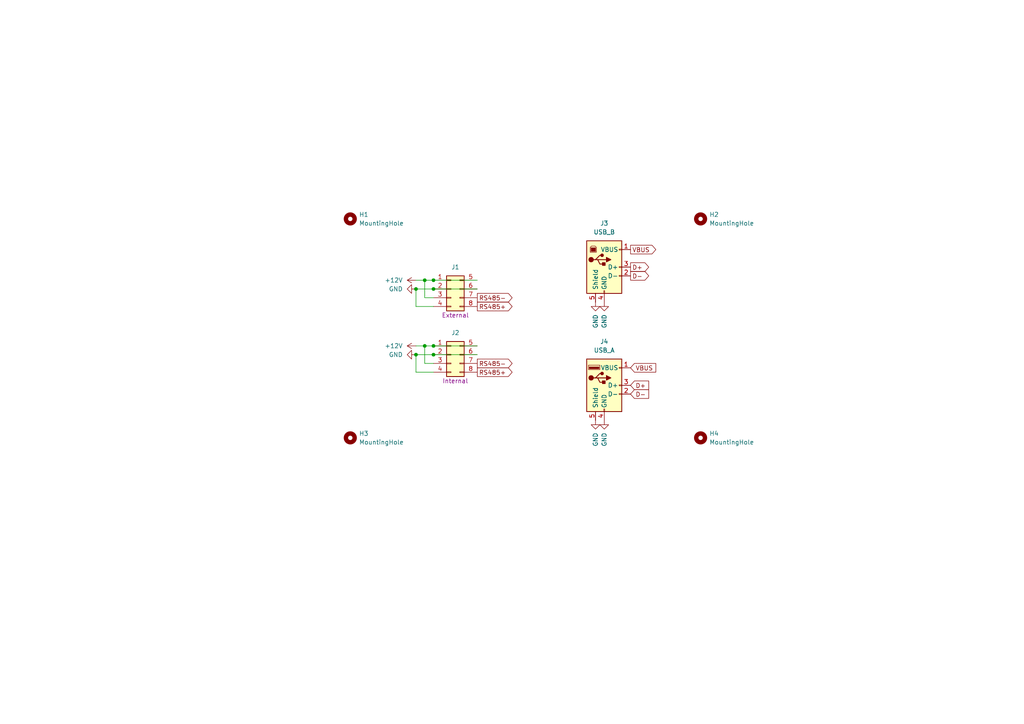
<source format=kicad_sch>
(kicad_sch (version 20211123) (generator eeschema)
  (paper "A4")
  (lib_symbols
    (symbol "Connector:USB_A" (pin_names (offset 1.016))
      (property "Reference" "J" (at -5.08 11.43 0))
      (property "Value" "USB_A" (at -5.08 8.89 0))
      (symbol "USB_A_0_1"
        (rectangle (start -5.08 -7.62) (end 5.08 7.62) (stroke (width 0.254)) (fill (type background)))
        (circle (center -3.81 2.159) (radius 0.635) (stroke (width 0.254)) (fill (type outline)))
        (rectangle (start -1.524 4.826) (end -4.318 5.334) (fill (type outline)))
        (rectangle (start -1.27 4.572) (end -4.572 5.842))
        (circle (center -0.635 3.429) (radius 0.381) (stroke (width 0.254)) (fill (type outline)))
        (rectangle (start -0.127 -7.62) (end 0.127 -6.858))
        (polyline (pts (xy -3.175 2.159) (xy -2.54 2.159) (xy -1.27 3.429) (xy -0.635 3.429)) (stroke (width 0.254)))
        (polyline (pts (xy -2.54 2.159) (xy -1.905 2.159) (xy -1.27 0.889) (xy 0 0.889)) (stroke (width 0.254)))
        (polyline (pts (xy 0.635 2.794) (xy 0.635 1.524) (xy 1.905 2.159) (xy 0.635 2.794)) (stroke (width 0.254)) (fill (type outline)))
        (rectangle (start 0.254 1.27) (end -0.508 0.508) (stroke (width 0.254)) (fill (type outline)))
        (rectangle (start 5.08 -2.667) (end 4.318 -2.413))
        (rectangle (start 5.08 -0.127) (end 4.318 0.127))
        (rectangle (start 5.08 4.953) (end 4.318 5.207))
      )
      (symbol "USB_A_1_1"
        (polyline (pts (xy -1.905 2.159) (xy 0.635 2.159)) (stroke (width 0.254)))
        (pin power_in line (at 7.62 5.08 180) (length 2.54) (name "VBUS") (number "1"))
        (pin bidirectional line (at 7.62 -2.54 180) (length 2.54) (name "D-") (number "2"))
        (pin bidirectional line (at 7.62 0 180) (length 2.54) (name "D+") (number "3"))
        (pin power_in line (at 0 -10.16 90) (length 2.54) (name "GND") (number "4"))
        (pin passive line (at -2.54 -10.16 90) (length 2.54) (name "Shield") (number "5"))
      )
    )
    (symbol "Connector:USB_B" (pin_names (offset 1.016))
      (property "Reference" "J" (at -5.08 11.43 0))
      (property "Value" "USB_B" (at -5.08 8.89 0))
      (symbol "USB_B_0_1"
        (rectangle (start -5.08 -7.62) (end 5.08 7.62) (stroke (width 0.254)) (fill (type background)))
        (circle (center -3.81 2.159) (radius 0.635) (stroke (width 0.254)) (fill (type outline)))
        (rectangle (start -3.81 5.588) (end -2.54 4.572) (fill (type outline)))
        (circle (center -0.635 3.429) (radius 0.381) (stroke (width 0.254)) (fill (type outline)))
        (rectangle (start -0.127 -7.62) (end 0.127 -6.858))
        (polyline (pts (xy -1.905 2.159) (xy 0.635 2.159)) (stroke (width 0.254)))
        (polyline (pts (xy -3.175 2.159) (xy -2.54 2.159) (xy -1.27 3.429) (xy -0.635 3.429)) (stroke (width 0.254)))
        (polyline (pts (xy -2.54 2.159) (xy -1.905 2.159) (xy -1.27 0.889) (xy 0 0.889)) (stroke (width 0.254)))
        (polyline (pts (xy 0.635 2.794) (xy 0.635 1.524) (xy 1.905 2.159) (xy 0.635 2.794)) (stroke (width 0.254)) (fill (type outline)))
        (polyline (pts (xy -4.064 4.318) (xy -2.286 4.318) (xy -2.286 5.715) (xy -2.667 6.096) (xy -3.683 6.096) (xy -4.064 5.715) (xy -4.064 4.318)))
        (rectangle (start 0.254 1.27) (end -0.508 0.508) (stroke (width 0.254)) (fill (type outline)))
        (rectangle (start 5.08 -2.667) (end 4.318 -2.413))
        (rectangle (start 5.08 -0.127) (end 4.318 0.127))
        (rectangle (start 5.08 4.953) (end 4.318 5.207))
      )
      (symbol "USB_B_1_1"
        (pin power_out line (at 7.62 5.08 180) (length 2.54) (name "VBUS") (number "1"))
        (pin bidirectional line (at 7.62 -2.54 180) (length 2.54) (name "D-") (number "2"))
        (pin bidirectional line (at 7.62 0 180) (length 2.54) (name "D+") (number "3"))
        (pin power_out line (at 0 -10.16 90) (length 2.54) (name "GND") (number "4"))
        (pin passive line (at -2.54 -10.16 90) (length 2.54) (name "Shield") (number "5"))
      )
    )
    (symbol "Connector_Generic:Conn_02x04_Top_Bottom" (pin_names (offset 1.016) hide)
      (property "Reference" "J" (at 1.27 5.08 0))
      (property "Value" "Conn_02x04_Top_Bottom" (at 1.27 -7.62 0))
      (symbol "Conn_02x04_Top_Bottom_1_1"
        (rectangle (start -1.27 -4.953) (end 0 -5.207) (stroke (width 0.1524)))
        (rectangle (start -1.27 -2.413) (end 0 -2.667) (stroke (width 0.1524)))
        (rectangle (start -1.27 0.127) (end 0 -0.127) (stroke (width 0.1524)))
        (rectangle (start -1.27 2.667) (end 0 2.413) (stroke (width 0.1524)))
        (rectangle (start -1.27 3.81) (end 3.81 -6.35) (stroke (width 0.254)) (fill (type background)))
        (rectangle (start 3.81 -4.953) (end 2.54 -5.207) (stroke (width 0.1524)))
        (rectangle (start 3.81 -2.413) (end 2.54 -2.667) (stroke (width 0.1524)))
        (rectangle (start 3.81 0.127) (end 2.54 -0.127) (stroke (width 0.1524)))
        (rectangle (start 3.81 2.667) (end 2.54 2.413) (stroke (width 0.1524)))
        (pin passive line (at -5.08 2.54 0) (length 3.81) (name "Pin_1") (number "1"))
        (pin passive line (at -5.08 0 0) (length 3.81) (name "Pin_2") (number "2"))
        (pin passive line (at -5.08 -2.54 0) (length 3.81) (name "Pin_3") (number "3"))
        (pin passive line (at -5.08 -5.08 0) (length 3.81) (name "Pin_4") (number "4"))
        (pin passive line (at 7.62 2.54 180) (length 3.81) (name "Pin_5") (number "5"))
        (pin passive line (at 7.62 0 180) (length 3.81) (name "Pin_6") (number "6"))
        (pin passive line (at 7.62 -2.54 180) (length 3.81) (name "Pin_7") (number "7"))
        (pin passive line (at 7.62 -5.08 180) (length 3.81) (name "Pin_8") (number "8"))
      )
    )
    (symbol "Mechanical:MountingHole" (pin_names (offset 1.016))
      (property "Reference" "H" (at 0 5.08 0))
      (property "Value" "MountingHole" (at 0 3.175 0))
      (symbol "MountingHole_0_1"
        (circle (center 0 0) (radius 1.27) (stroke (width 1.27)))
      )
    )
    (symbol "power:+12V" (power) (pin_names (offset 0))
      (property "Value" "+12V" (at 0 3.556 0))
      (symbol "+12V_0_1"
        (polyline (pts (xy -0.762 1.27) (xy 0 2.54)))
        (polyline (pts (xy 0 0) (xy 0 2.54)))
        (polyline (pts (xy 0 2.54) (xy 0.762 1.27)))
      )
      (symbol "+12V_1_1"
        (pin power_in line (at 0 0 90) (length 0) hide (name "+12V") (number "1"))
      )
    )
    (symbol "power:GND" (power) (pin_names (offset 0))
      (property "Value" "GND" (at 0 -3.81 0))
      (symbol "GND_0_1"
        (polyline (pts (xy 0 0) (xy 0 -1.27) (xy 1.27 -1.27) (xy 0 -2.54) (xy -1.27 -1.27) (xy 0 -1.27)))
      )
      (symbol "GND_1_1"
        (pin power_in line (at 0 0 270) (length 0) hide (name "GND") (number "1"))
      )
    )
  )
  (junction (at 125.73 100.33))
  (junction (at 125.73 81.28))
  (junction (at 120.65 102.87))
  (junction (at 125.73 102.87))
  (junction (at 125.73 83.82))
  (junction (at 120.65 83.82))
  (junction (at 123.19 100.33))
  (junction (at 123.19 81.28))
  (wire (pts (xy 125.73 100.33) (xy 138.43 100.33)))
  (wire (pts (xy 123.19 86.36) (xy 123.19 81.28)))
  (wire (pts (xy 120.65 88.9) (xy 120.65 83.82)))
  (wire (pts (xy 125.73 102.87) (xy 138.43 102.87)))
  (wire (pts (xy 123.19 100.33) (xy 125.73 100.33)))
  (wire (pts (xy 120.65 102.87) (xy 120.65 107.95)))
  (wire (pts (xy 125.73 88.9) (xy 120.65 88.9)))
  (wire (pts (xy 125.73 86.36) (xy 123.19 86.36)))
  (wire (pts (xy 120.65 100.33) (xy 123.19 100.33)))
  (wire (pts (xy 120.65 83.82) (xy 125.73 83.82)))
  (wire (pts (xy 125.73 81.28) (xy 138.43 81.28)))
  (wire (pts (xy 120.65 107.95) (xy 125.73 107.95)))
  (wire (pts (xy 120.65 81.28) (xy 123.19 81.28)))
  (wire (pts (xy 123.19 105.41) (xy 123.19 100.33)))
  (wire (pts (xy 123.19 81.28) (xy 125.73 81.28)))
  (wire (pts (xy 125.73 105.41) (xy 123.19 105.41)))
  (wire (pts (xy 125.73 83.82) (xy 138.43 83.82)))
  (wire (pts (xy 120.65 102.87) (xy 125.73 102.87)))
  (global_label "VBUS" (shape output) (at 182.88 72.39 0) (property "Intersheet References" "${INTERSHEET_REFS}" (effects hide)))
  (global_label "D+" (shape output) (at 182.88 77.47 0) (property "Intersheet References" "${INTERSHEET_REFS}" (effects hide)))
  (global_label "D+" (shape input) (at 182.88 111.76 0) (property "Intersheet References" "${INTERSHEET_REFS}" (effects hide)))
  (global_label "D-" (shape input) (at 182.88 114.3 0) (property "Intersheet References" "${INTERSHEET_REFS}" (effects hide)))
  (global_label "D-" (shape output) (at 182.88 80.01 0) (property "Intersheet References" "${INTERSHEET_REFS}" (effects hide)))
  (global_label "RS485+" (shape output) (at 138.43 107.95 0) (property "Intersheet References" "${INTERSHEET_REFS}" (effects hide)))
  (global_label "RS485-" (shape output) (at 138.43 105.41 0) (property "Intersheet References" "${INTERSHEET_REFS}" (effects hide)))
  (global_label "RS485-" (shape output) (at 138.43 86.36 0) (property "Intersheet References" "${INTERSHEET_REFS}" (effects hide)))
  (global_label "RS485+" (shape output) (at 138.43 88.9 0) (property "Intersheet References" "${INTERSHEET_REFS}" (effects hide)))
  (global_label "VBUS" (shape input) (at 182.88 106.68 0) (property "Intersheet References" "${INTERSHEET_REFS}" (effects hide)))
  (symbol (lib_id "power:GND") (at 120.65 83.82 270) (unit 1)
    (property "Reference" "#PWR0103" (effects hide))
    (property "Value" "GND" (at 116.84 83.8199 90) (effects (justify right)))
  )
  (symbol (lib_id "Connector_Generic:Conn_02x04_Top_Bottom") (at 130.81 83.82 0) (unit 1)
    (property "Reference" "J1" (at 132.08 77.47 0))
    (property "Value" "Conn_02x04_Top_Bottom" (effects hide))
    (property "Footprint" "A10 KiCad Libraries:Molex Micro-Fit 3.0 43045-0800" (effects hide))
    (property "Field4" "External" (at 132.08 91.44 0))
    (property "LCSC" "C234189" (effects hide))
  )
  (symbol (lib_id "power:GND") (at 172.72 121.92 0) (unit 1)
    (property "Reference" "#PWR0108" (effects hide))
    (property "Value" "GND" (at 172.72 129.54 90) (effects (justify left)))
  )
  (symbol (lib_id "Mechanical:MountingHole") (at 203.2 127 0) (unit 1) (in_bom no)
    (property "Reference" "H4" (at 205.74 125.7299 0) (effects (justify left)))
    (property "Value" "MountingHole" (at 205.74 128.2699 0) (effects (justify left)))
    (property "Footprint" "MountingHole:MountingHole_3.2mm_M3" (effects hide))
  )
  (symbol (lib_id "power:GND") (at 175.26 121.92 0) (unit 1)
    (property "Reference" "#PWR0107" (effects hide))
    (property "Value" "GND" (at 175.26 129.54 90) (effects (justify left)))
  )
  (symbol (lib_id "power:GND") (at 175.26 87.63 0) (unit 1)
    (property "Reference" "#PWR0105" (effects hide))
    (property "Value" "GND" (at 175.26 95.25 90) (effects (justify left)))
  )
  (symbol (lib_id "Mechanical:MountingHole") (at 203.2 63.5 0) (unit 1) (in_bom no)
    (property "Reference" "H2" (at 205.74 62.2299 0) (effects (justify left)))
    (property "Value" "MountingHole" (at 205.74 64.7699 0) (effects (justify left)))
    (property "Footprint" "MountingHole:MountingHole_3.2mm_M3" (effects hide))
  )
  (symbol (lib_id "Mechanical:MountingHole") (at 101.6 127 0) (unit 1) (in_bom no)
    (property "Reference" "H3" (at 104.14 125.7299 0) (effects (justify left)))
    (property "Value" "MountingHole" (at 104.14 128.2699 0) (effects (justify left)))
    (property "Footprint" "MountingHole:MountingHole_3.2mm_M3" (effects hide))
  )
  (symbol (lib_id "Connector:USB_B") (at 175.26 77.47 0) (unit 1)
    (property "Reference" "J3" (at 175.26 64.77 0))
    (property "Value" "USB_B" (at 175.26 67.31 0))
    (property "Footprint" "A10 KiCad Libraries:USB-B-TH_67068-8000" (effects hide))
    (property "Datasheet" " ~" (effects hide))
    (property "LCSC" "C114097" (effects hide))
  )
  (symbol (lib_id "power:+12V") (at 120.65 100.33 90) (unit 1)
    (property "Reference" "#PWR0101" (effects hide))
    (property "Value" "+12V" (at 116.84 100.3299 90) (effects (justify left)))
  )
  (symbol (lib_id "power:GND") (at 120.65 102.87 270) (unit 1)
    (property "Reference" "#PWR0102" (effects hide))
    (property "Value" "GND" (at 116.84 102.8699 90) (effects (justify right)))
  )
  (symbol (lib_id "Connector:USB_A") (at 175.26 111.76 0) (unit 1)
    (property "Reference" "J4" (at 175.26 99.06 0))
    (property "Value" "USB_A" (at 175.26 101.6 0))
    (property "Footprint" "A10 KiCad Libraries:USB-A-TH_USB-302-T" (effects hide))
    (property "Datasheet" " ~" (effects hide))
    (property "LCSC" "C86461" (effects hide))
  )
  (symbol (lib_id "power:GND") (at 172.72 87.63 0) (unit 1)
    (property "Reference" "#PWR0106" (effects hide))
    (property "Value" "GND" (at 172.72 95.25 90) (effects (justify left)))
  )
  (symbol (lib_id "Mechanical:MountingHole") (at 101.6 63.5 0) (unit 1) (in_bom no)
    (property "Reference" "H1" (at 104.14 62.2299 0) (effects (justify left)))
    (property "Value" "MountingHole" (at 104.14 64.7699 0) (effects (justify left)))
    (property "Footprint" "MountingHole:MountingHole_3.2mm_M3" (effects hide))
  )
  (symbol (lib_id "Connector_Generic:Conn_02x04_Top_Bottom") (at 130.81 102.87 0) (unit 1)
    (property "Reference" "J2" (at 132.08 96.52 0))
    (property "Value" "Conn_02x04_Top_Bottom" (effects hide))
    (property "Footprint" "A10 KiCad Libraries:Molex Micro-Fit 3.0 43045-0800" (effects hide))
    (property "Field4" "Internal" (at 132.08 110.49 0))
    (property "LCSC" "C234189" (effects hide))
  )
  (symbol (lib_id "power:+12V") (at 120.65 81.28 90) (unit 1)
    (property "Reference" "#PWR0104" (effects hide))
    (property "Value" "+12V" (at 116.84 81.2799 90) (effects (justify left)))
  )
)
</source>
